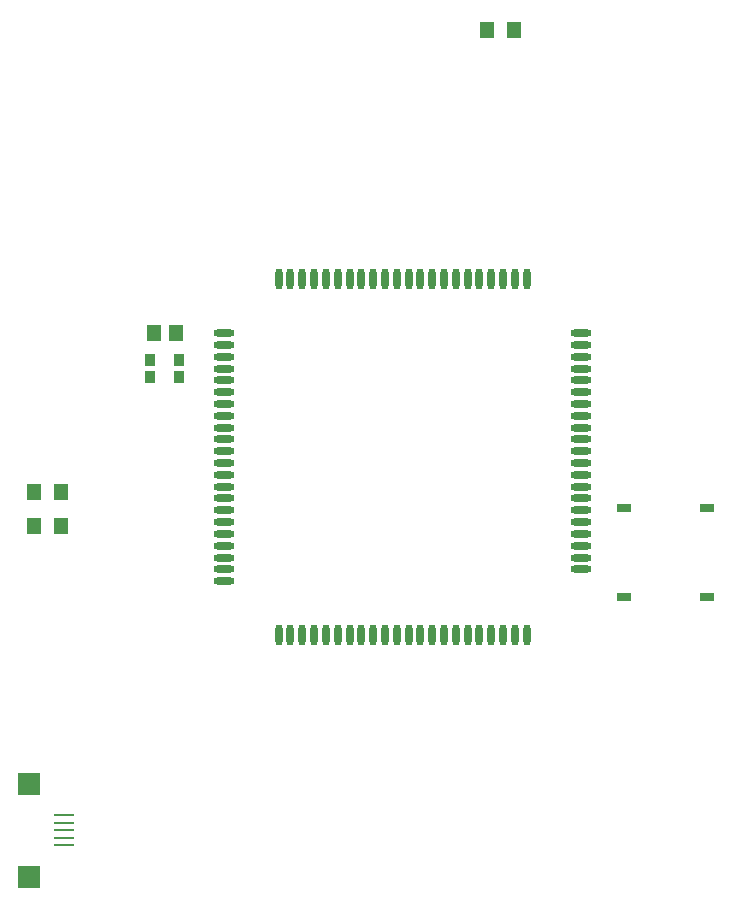
<source format=gtp>
G04 Layer_Color=8421504*
%FSTAX24Y24*%
%MOIN*%
G70*
G01*
G75*
%ADD11R,0.0500X0.0550*%
%ADD12R,0.0374X0.0394*%
%ADD13R,0.0472X0.0551*%
%ADD14O,0.0236X0.0709*%
%ADD15O,0.0709X0.0236*%
%ADD16R,0.0472X0.0315*%
%ADD17R,0.0700X0.0100*%
%ADD18R,0.0748X0.0748*%
D11*
X0276Y046D02*
D03*
X0267D02*
D03*
X0125Y0306D02*
D03*
X0116D02*
D03*
X0125Y02945D02*
D03*
X0116D02*
D03*
D12*
X015493Y034405D02*
D03*
Y034995D02*
D03*
X01645Y034405D02*
D03*
Y034995D02*
D03*
D13*
X016347Y035876D02*
D03*
X015599D02*
D03*
D14*
X019766Y025805D02*
D03*
X028034D02*
D03*
Y037695D02*
D03*
X019766D02*
D03*
X02764Y025805D02*
D03*
X027246D02*
D03*
X026853D02*
D03*
X026459D02*
D03*
X026065D02*
D03*
X025672D02*
D03*
X025278D02*
D03*
X024884D02*
D03*
X024491D02*
D03*
X024097D02*
D03*
X023703D02*
D03*
X023309D02*
D03*
X022916D02*
D03*
X022522D02*
D03*
X022128D02*
D03*
X021735D02*
D03*
X021341D02*
D03*
X020947D02*
D03*
X020554D02*
D03*
X02016D02*
D03*
Y037695D02*
D03*
X020554D02*
D03*
X020947D02*
D03*
X021341D02*
D03*
X021735D02*
D03*
X022128D02*
D03*
X022522D02*
D03*
X022916D02*
D03*
X023309D02*
D03*
X023703D02*
D03*
X024097D02*
D03*
X024491D02*
D03*
X024884D02*
D03*
X025278D02*
D03*
X025672D02*
D03*
X026065D02*
D03*
X026459D02*
D03*
X026853D02*
D03*
X027246D02*
D03*
X02764D02*
D03*
D15*
X017955Y027616D02*
D03*
Y035884D02*
D03*
X029845D02*
D03*
X017955Y02801D02*
D03*
Y028404D02*
D03*
Y028797D02*
D03*
Y029191D02*
D03*
Y029585D02*
D03*
Y029978D02*
D03*
Y030372D02*
D03*
Y030766D02*
D03*
Y031159D02*
D03*
Y031553D02*
D03*
Y031947D02*
D03*
Y032341D02*
D03*
Y032734D02*
D03*
Y033128D02*
D03*
Y033522D02*
D03*
Y033915D02*
D03*
Y034309D02*
D03*
Y034703D02*
D03*
Y035096D02*
D03*
Y03549D02*
D03*
X029845D02*
D03*
Y035096D02*
D03*
Y034703D02*
D03*
Y034309D02*
D03*
Y033915D02*
D03*
Y033522D02*
D03*
Y033128D02*
D03*
Y032734D02*
D03*
Y032341D02*
D03*
Y031947D02*
D03*
Y031553D02*
D03*
Y031159D02*
D03*
Y030766D02*
D03*
Y030372D02*
D03*
Y029978D02*
D03*
Y029585D02*
D03*
Y029191D02*
D03*
Y028797D02*
D03*
Y028404D02*
D03*
Y02801D02*
D03*
D16*
X031272Y0271D02*
D03*
X034028D02*
D03*
X031272Y03005D02*
D03*
X034028D02*
D03*
D17*
X0126Y019818D02*
D03*
Y019562D02*
D03*
Y019306D02*
D03*
Y01905D02*
D03*
Y018806D02*
D03*
D18*
X011432Y020861D02*
D03*
Y017751D02*
D03*
M02*

</source>
